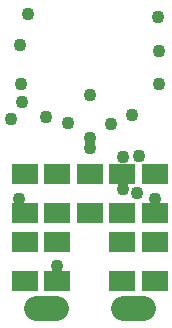
<source format=gbr>
%FSLAX34Y34*%
%MOMM*%
%LNSOLDERMASK_BOTTOM*%
G71*
G01*
%ADD10C, 1.100*%
%ADD11C, 2.100*%
%ADD12R, 2.200X1.700*%
%LPD*%
X78000Y-121000D02*
G54D10*
D03*
X136000Y-55000D02*
G54D10*
D03*
X137000Y-84000D02*
G54D10*
D03*
X137000Y-112000D02*
G54D10*
D03*
X96000Y-146000D02*
G54D10*
D03*
X60000Y-145000D02*
G54D10*
D03*
X20000Y-112000D02*
G54D10*
D03*
X19000Y-79000D02*
G54D10*
D03*
X26000Y-53000D02*
G54D10*
D03*
G54D11*
X106500Y-301500D02*
X123500Y-301500D01*
G54D11*
X32500Y-301500D02*
X49500Y-301500D01*
X22900Y-188600D02*
G54D12*
D03*
X23000Y-221100D02*
G54D12*
D03*
X50400Y-188600D02*
G54D12*
D03*
X50500Y-221100D02*
G54D12*
D03*
X77900Y-188600D02*
G54D12*
D03*
X78000Y-221100D02*
G54D12*
D03*
X105400Y-188600D02*
G54D12*
D03*
X105500Y-221100D02*
G54D12*
D03*
X132900Y-188600D02*
G54D12*
D03*
X133000Y-221100D02*
G54D12*
D03*
X22900Y-246100D02*
G54D12*
D03*
X23000Y-278600D02*
G54D12*
D03*
X50400Y-246100D02*
G54D12*
D03*
X50500Y-278600D02*
G54D12*
D03*
X105400Y-246100D02*
G54D12*
D03*
X105500Y-278600D02*
G54D12*
D03*
X132900Y-246100D02*
G54D12*
D03*
X133000Y-278600D02*
G54D12*
D03*
X120000Y-173000D02*
G54D10*
D03*
X133000Y-209000D02*
G54D10*
D03*
X106000Y-201000D02*
G54D10*
D03*
X106000Y-174000D02*
G54D10*
D03*
X114000Y-138000D02*
G54D10*
D03*
X118000Y-204000D02*
G54D10*
D03*
X18500Y-209000D02*
G54D10*
D03*
X41000Y-140000D02*
G54D10*
D03*
X11000Y-142000D02*
G54D10*
D03*
X50000Y-266000D02*
G54D10*
D03*
X21000Y-127000D02*
G54D10*
D03*
X78000Y-158000D02*
G54D10*
D03*
X78000Y-166000D02*
G54D10*
D03*
M02*

</source>
